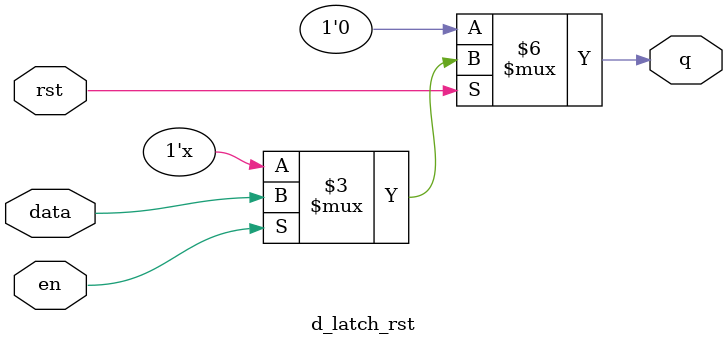
<source format=v>
module d_latch_rst (input data, en, rst, output q);

reg q;

always @ (en or reset or data)
	if (~rst)
		begin
			q <= 1'b0;
		end
	else if (en)
		begin
  			q <= data;
		end
endmodule

</source>
